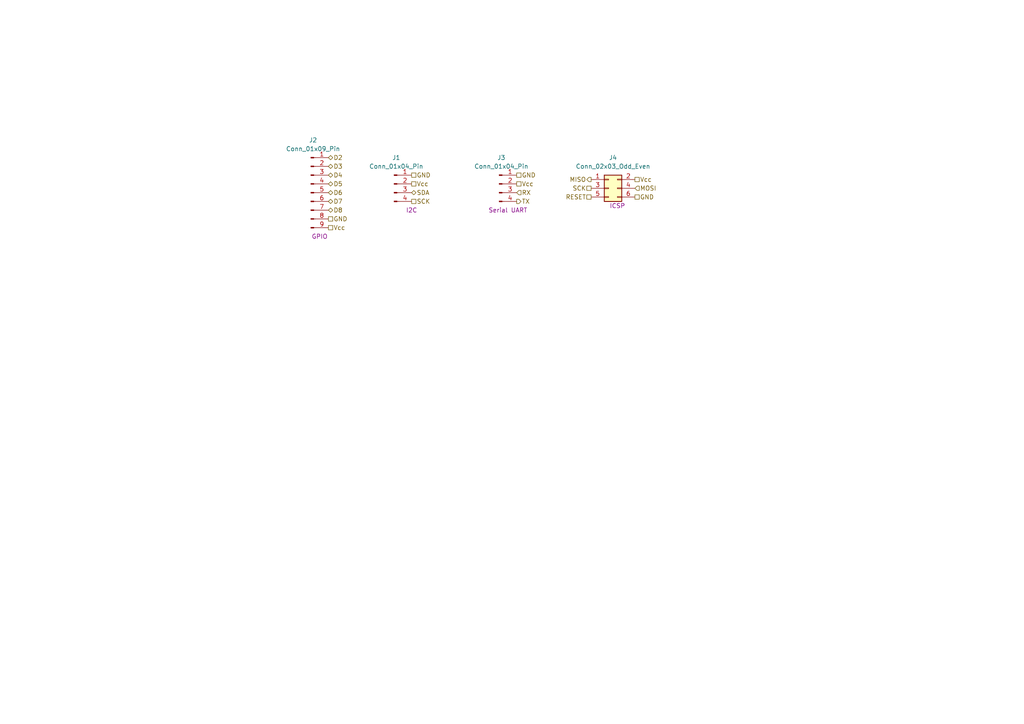
<source format=kicad_sch>
(kicad_sch (version 20230121) (generator eeschema)
  (paper "A4")
  (lib_symbols
    (symbol "Connector:Conn_01x04_Pin" (pin_names (offset 1.016) hide)
      (property "Reference" "J" (at 0 5.08 0))
      (property "Value" "Conn_01x04_Pin" (at 0 -7.62 0))
      (symbol "Conn_01x04_Pin_1_1"
        (polyline (pts (xy 1.27 -5.08) (xy 0.8636 -5.08)) (stroke (width 0.1524)))
        (polyline (pts (xy 1.27 -2.54) (xy 0.8636 -2.54)) (stroke (width 0.1524)))
        (polyline (pts (xy 1.27 0) (xy 0.8636 0)) (stroke (width 0.1524)))
        (polyline (pts (xy 1.27 2.54) (xy 0.8636 2.54)) (stroke (width 0.1524)))
        (rectangle (start 0.8636 -4.953) (end 0 -5.207) (stroke (width 0.1524)) (fill (type outline)))
        (rectangle (start 0.8636 -2.413) (end 0 -2.667) (stroke (width 0.1524)) (fill (type outline)))
        (rectangle (start 0.8636 0.127) (end 0 -0.127) (stroke (width 0.1524)) (fill (type outline)))
        (rectangle (start 0.8636 2.667) (end 0 2.413) (stroke (width 0.1524)) (fill (type outline)))
        (pin passive line (at 5.08 2.54 180) (length 3.81) (name "Pin_1") (number "1"))
        (pin passive line (at 5.08 0 180) (length 3.81) (name "Pin_2") (number "2"))
        (pin passive line (at 5.08 -2.54 180) (length 3.81) (name "Pin_3") (number "3"))
        (pin passive line (at 5.08 -5.08 180) (length 3.81) (name "Pin_4") (number "4"))
      )
    )
    (symbol "Connector:Conn_01x09_Pin" (pin_names (offset 1.016) hide)
      (property "Reference" "J" (at 0 12.7 0))
      (property "Value" "Conn_01x09_Pin" (at 0 -12.7 0))
      (symbol "Conn_01x09_Pin_1_1"
        (polyline (pts (xy 1.27 -10.16) (xy 0.8636 -10.16)) (stroke (width 0.1524)))
        (polyline (pts (xy 1.27 -7.62) (xy 0.8636 -7.62)) (stroke (width 0.1524)))
        (polyline (pts (xy 1.27 -5.08) (xy 0.8636 -5.08)) (stroke (width 0.1524)))
        (polyline (pts (xy 1.27 -2.54) (xy 0.8636 -2.54)) (stroke (width 0.1524)))
        (polyline (pts (xy 1.27 0) (xy 0.8636 0)) (stroke (width 0.1524)))
        (polyline (pts (xy 1.27 2.54) (xy 0.8636 2.54)) (stroke (width 0.1524)))
        (polyline (pts (xy 1.27 5.08) (xy 0.8636 5.08)) (stroke (width 0.1524)))
        (polyline (pts (xy 1.27 7.62) (xy 0.8636 7.62)) (stroke (width 0.1524)))
        (polyline (pts (xy 1.27 10.16) (xy 0.8636 10.16)) (stroke (width 0.1524)))
        (rectangle (start 0.8636 -10.033) (end 0 -10.287) (stroke (width 0.1524)) (fill (type outline)))
        (rectangle (start 0.8636 -7.493) (end 0 -7.747) (stroke (width 0.1524)) (fill (type outline)))
        (rectangle (start 0.8636 -4.953) (end 0 -5.207) (stroke (width 0.1524)) (fill (type outline)))
        (rectangle (start 0.8636 -2.413) (end 0 -2.667) (stroke (width 0.1524)) (fill (type outline)))
        (rectangle (start 0.8636 0.127) (end 0 -0.127) (stroke (width 0.1524)) (fill (type outline)))
        (rectangle (start 0.8636 2.667) (end 0 2.413) (stroke (width 0.1524)) (fill (type outline)))
        (rectangle (start 0.8636 5.207) (end 0 4.953) (stroke (width 0.1524)) (fill (type outline)))
        (rectangle (start 0.8636 7.747) (end 0 7.493) (stroke (width 0.1524)) (fill (type outline)))
        (rectangle (start 0.8636 10.287) (end 0 10.033) (stroke (width 0.1524)) (fill (type outline)))
        (pin passive line (at 5.08 10.16 180) (length 3.81) (name "Pin_1") (number "1"))
        (pin passive line (at 5.08 7.62 180) (length 3.81) (name "Pin_2") (number "2"))
        (pin passive line (at 5.08 5.08 180) (length 3.81) (name "Pin_3") (number "3"))
        (pin passive line (at 5.08 2.54 180) (length 3.81) (name "Pin_4") (number "4"))
        (pin passive line (at 5.08 0 180) (length 3.81) (name "Pin_5") (number "5"))
        (pin passive line (at 5.08 -2.54 180) (length 3.81) (name "Pin_6") (number "6"))
        (pin passive line (at 5.08 -5.08 180) (length 3.81) (name "Pin_7") (number "7"))
        (pin passive line (at 5.08 -7.62 180) (length 3.81) (name "Pin_8") (number "8"))
        (pin passive line (at 5.08 -10.16 180) (length 3.81) (name "Pin_9") (number "9"))
      )
    )
    (symbol "Connector_Generic:Conn_02x03_Odd_Even" (pin_names (offset 1.016) hide)
      (property "Reference" "J" (at 1.27 5.08 0))
      (property "Value" "Conn_02x03_Odd_Even" (at 1.27 -5.08 0))
      (symbol "Conn_02x03_Odd_Even_1_1"
        (rectangle (start -1.27 -2.413) (end 0 -2.667) (stroke (width 0.1524)))
        (rectangle (start -1.27 0.127) (end 0 -0.127) (stroke (width 0.1524)))
        (rectangle (start -1.27 2.667) (end 0 2.413) (stroke (width 0.1524)))
        (rectangle (start -1.27 3.81) (end 3.81 -3.81) (stroke (width 0.254)) (fill (type background)))
        (rectangle (start 3.81 -2.413) (end 2.54 -2.667) (stroke (width 0.1524)))
        (rectangle (start 3.81 0.127) (end 2.54 -0.127) (stroke (width 0.1524)))
        (rectangle (start 3.81 2.667) (end 2.54 2.413) (stroke (width 0.1524)))
        (pin passive line (at -5.08 2.54 0) (length 3.81) (name "Pin_1") (number "1"))
        (pin passive line (at 7.62 2.54 180) (length 3.81) (name "Pin_2") (number "2"))
        (pin passive line (at -5.08 0 0) (length 3.81) (name "Pin_3") (number "3"))
        (pin passive line (at 7.62 0 180) (length 3.81) (name "Pin_4") (number "4"))
        (pin passive line (at -5.08 -2.54 0) (length 3.81) (name "Pin_5") (number "5"))
        (pin passive line (at 7.62 -2.54 180) (length 3.81) (name "Pin_6") (number "6"))
      )
    )
  )
  (hierarchical_label "TX" (shape output) (at 149.86 58.42 0))
  (hierarchical_label "GND" (shape passive) (at 95.25 63.5 0))
  (hierarchical_label "D8" (shape bidirectional) (at 95.25 60.96 0))
  (hierarchical_label "RX" (shape input) (at 149.86 55.88 0))
  (hierarchical_label "D2" (shape bidirectional) (at 95.25 45.72 0))
  (hierarchical_label "GND" (shape passive) (at 149.86 50.8 0))
  (hierarchical_label "D5" (shape bidirectional) (at 95.25 53.34 0))
  (hierarchical_label "GND" (shape passive) (at 184.15 57.15 0))
  (hierarchical_label "GND" (shape passive) (at 119.38 50.8 0))
  (hierarchical_label "MISO" (shape output) (at 171.45 52.07 180))
  (hierarchical_label "SCK" (shape passive) (at 119.38 58.42 0))
  (hierarchical_label "Vcc" (shape passive) (at 149.86 53.34 0))
  (hierarchical_label "MOSI" (shape input) (at 184.15 54.61 0))
  (hierarchical_label "SCK" (shape passive) (at 171.45 54.61 180))
  (hierarchical_label "Vcc" (shape passive) (at 95.25 66.04 0))
  (hierarchical_label "D6" (shape bidirectional) (at 95.25 55.88 0))
  (hierarchical_label "RESET" (shape passive) (at 171.45 57.15 180))
  (hierarchical_label "D3" (shape bidirectional) (at 95.25 48.26 0))
  (hierarchical_label "SDA" (shape bidirectional) (at 119.38 55.88 0))
  (hierarchical_label "Vcc" (shape passive) (at 184.15 52.07 0))
  (hierarchical_label "D7" (shape bidirectional) (at 95.25 58.42 0))
  (hierarchical_label "Vcc" (shape passive) (at 119.38 53.34 0))
  (hierarchical_label "D4" (shape bidirectional) (at 95.25 50.8 0))
  (symbol (lib_id "Connector:Conn_01x09_Pin") (at 90.17 55.88 0) (unit 1)
    (property "Reference" "J2" (at 90.805 40.64 0))
    (property "Value" "Conn_01x09_Pin" (at 90.805 43.18 0))
    (property "Footprint" "Connector_PinHeader_2.54mm:PinHeader_1x09_P2.54mm_Vertical" (effects hide))
    (property "Purpose" "GPIO" (at 92.71 68.58 0))
  )
  (symbol (lib_id "Connector:Conn_01x04_Pin") (at 114.3 53.34 0) (unit 1)
    (property "Reference" "J1" (at 114.935 45.72 0))
    (property "Value" "Conn_01x04_Pin" (at 114.935 48.26 0))
    (property "Footprint" "Connector_PinHeader_2.54mm:PinHeader_1x04_P2.54mm_Vertical" (effects hide))
    (property "Purpose" "I2C" (at 119.38 60.96 0))
  )
  (symbol (lib_id "Connector:Conn_01x04_Pin") (at 144.78 53.34 0) (unit 1)
    (property "Reference" "J3" (at 145.415 45.72 0))
    (property "Value" "Conn_01x04_Pin" (at 145.415 48.26 0))
    (property "Footprint" "Connector_PinHeader_2.54mm:PinHeader_1x04_P2.54mm_Vertical" (effects hide))
    (property "Purpose" "Serial UART" (at 147.32 60.96 0))
  )
  (symbol (lib_id "Connector_Generic:Conn_02x03_Odd_Even") (at 176.53 54.61 0) (unit 1)
    (property "Reference" "J4" (at 177.8 45.72 0))
    (property "Value" "Conn_02x03_Odd_Even" (at 177.8 48.26 0))
    (property "Footprint" "Connector_PinHeader_2.54mm:PinHeader_2x03_P2.54mm_Vertical" (effects hide))
    (property "Purpose" "ICSP" (at 179.07 59.69 0))
  )
)
</source>
